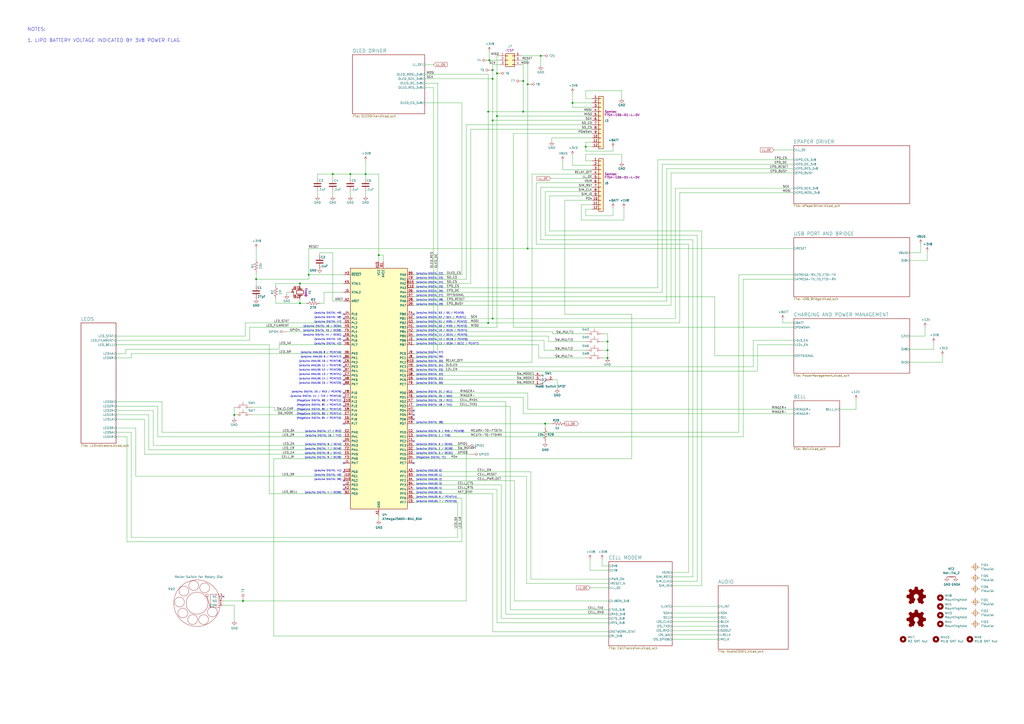
<source format=kicad_sch>
(kicad_sch (version 20211123) (generator eeschema)
  (paper "A2")
  (title_block (title "4G ROTARY CELLPHONE MAINBOARD") (company "J. Haupt") (comment 1 "Sky's Edge"))
  (junction (at 313.69 32.385))
  (junction (at 285.75 45.72))
  (junction (at 219.71 147.955))
  (junction (at 173.99 175.895))
  (junction (at 285.75 40.64))
  (junction (at 303.53 46.99))
  (junction (at 288.29 67.31))
  (junction (at 352.425 207.645))
  (junction (at 306.07 48.895))
  (junction (at 173.99 164.465))
  (junction (at 332.105 59.69))
  (junction (at 285.75 184.785))
  (junction (at 212.09 100.965))
  (junction (at 283.845 34.925))
  (junction (at 352.425 203.2))
  (junction (at 303.53 64.77))
  (junction (at 288.29 42.545))
  (junction (at 316.23 245.745))
  (junction (at 140.97 348.615))
  (junction (at 148.59 161.925))
  (junction (at 339.725 85.09))
  (junction (at 283.21 64.77))
  (junction (at 193.04 100.965))
  (junction (at 306.07 144.145))
  (junction (at 285.75 69.85))
  (junction (at 352.425 198.12))
  (junction (at 135.89 240.665))
  (junction (at 283.21 187.325))
  (junction (at 179.07 159.385))
  (junction (at 203.2 100.965))
  (no_connect (at 199.39 268.605))
  (no_connect (at 199.39 184.785))
  (no_connect (at 199.39 245.745))
  (no_connect (at 240.03 240.665))
  (no_connect (at 240.03 268.605))
  (no_connect (at 199.39 235.585))
  (no_connect (at 199.39 194.945))
  (no_connect (at 199.39 255.905))
  (no_connect (at 199.39 281.305))
  (no_connect (at 199.39 278.765))
  (no_connect (at 129.54 346.075))
  (no_connect (at 240.03 238.125))
  (no_connect (at 199.39 182.245))
  (no_connect (at 240.03 243.205))
  (no_connect (at 240.03 255.905))
  (no_connect (at 199.39 283.845))
  (no_connect (at 199.39 197.485))
  (no_connect (at 199.39 273.685))
  (no_connect (at 199.39 230.505))
  (no_connect (at 199.39 227.965))
  (no_connect (at 199.39 222.885))
  (no_connect (at 199.39 220.345))
  (no_connect (at 199.39 217.805))
  (no_connect (at 199.39 215.265))
  (no_connect (at 199.39 212.725))
  (no_connect (at 199.39 207.645))
  (no_connect (at 199.39 210.185))
  (no_connect (at 240.03 182.245))
  (no_connect (at 199.39 233.045))
  (wire (pts (xy 384.175 169.545) (xy 384.175 95.25)))
  (wire (pts (xy 407.035 339.725) (xy 389.89 339.725)))
  (wire (pts (xy 332.105 59.69) (xy 343.535 59.69)))
  (wire (pts (xy 240.03 220.345) (xy 310.515 220.345)))
  (wire (pts (xy 148.59 150.495) (xy 148.59 144.145)))
  (wire (pts (xy 240.03 273.685) (xy 307.975 273.685)))
  (wire (pts (xy 240.03 233.045) (xy 293.37 233.045)))
  (wire (pts (xy 88.9 238.125) (xy 88.9 258.445)))
  (wire (pts (xy 240.03 187.325) (xy 283.21 187.325)))
  (wire (pts (xy 240.03 263.525) (xy 273.05 263.525)))
  (wire (pts (xy 536.575 194.945) (xy 536.575 189.865)))
  (wire (pts (xy 448.945 86.995) (xy 460.375 86.995)))
  (wire (pts (xy 416.56 355.6) (xy 389.89 355.6)))
  (wire (pts (xy 73.025 202.565) (xy 161.925 202.565)))
  (wire (pts (xy 414.655 206.375) (xy 460.375 206.375)))
  (wire (pts (xy 67.31 200.025) (xy 156.21 200.025)))
  (wire (pts (xy 327.66 116.205) (xy 327.66 182.245)))
  (wire (pts (xy 353.06 330.835) (xy 342.265 330.835)))
  (wire (pts (xy 355.6 87.63) (xy 355.6 85.725)))
  (wire (pts (xy 288.29 32.385) (xy 289.56 32.385)))
  (wire (pts (xy 212.09 113.665) (xy 212.09 111.125)))
  (wire (pts (xy 173.99 165.735) (xy 173.99 164.465)))
  (wire (pts (xy 352.425 198.12) (xy 352.425 203.2)))
  (wire (pts (xy 240.03 258.445) (xy 270.51 258.445)))
  (wire (pts (xy 349.885 203.2) (xy 352.425 203.2)))
  (wire (pts (xy 343.535 64.77) (xy 303.53 64.77)))
  (wire (pts (xy 343.535 118.745) (xy 337.185 118.745)))
  (wire (pts (xy 323.215 220.345) (xy 320.675 220.345)))
  (wire (pts (xy 212.09 93.345) (xy 212.09 100.965)))
  (wire (pts (xy 173.99 175.895) (xy 177.8 175.895)))
  (wire (pts (xy 332.105 95.885) (xy 332.105 90.17)))
  (wire (pts (xy 240.03 278.765) (xy 298.45 278.765)))
  (wire (pts (xy 527.685 194.945) (xy 536.575 194.945)))
  (wire (pts (xy 339.725 89.535) (xy 339.725 93.345)))
  (wire (pts (xy 160.02 175.895) (xy 173.99 175.895)))
  (wire (pts (xy 156.21 286.385) (xy 156.21 200.025)))
  (wire (pts (xy 73.025 205.105) (xy 67.31 205.105)))
  (wire (pts (xy 76.2 205.105) (xy 76.2 207.645)))
  (wire (pts (xy 93.98 233.045) (xy 93.98 250.825)))
  (wire (pts (xy 240.03 192.405) (xy 320.675 192.405)))
  (wire (pts (xy 283.21 64.77) (xy 283.21 187.325)))
  (wire (pts (xy 283.21 187.325) (xy 394.335 187.325)))
  (wire (pts (xy 339.725 85.09) (xy 343.535 85.09)))
  (wire (pts (xy 352.425 193.675) (xy 352.425 198.12)))
  (wire (pts (xy 135.89 236.22) (xy 135.89 240.665)))
  (wire (pts (xy 144.78 197.485) (xy 144.78 189.865)))
  (wire (pts (xy 332.105 53.975) (xy 332.105 59.69)))
  (wire (pts (xy 313.69 32.385) (xy 302.26 32.385)))
  (wire (pts (xy 313.69 108.585) (xy 313.69 139.065)))
  (wire (pts (xy 199.39 263.525) (xy 83.82 263.525)))
  (wire (pts (xy 313.69 38.1) (xy 313.69 32.385)))
  (wire (pts (xy 135.89 351.155) (xy 129.54 351.155)))
  (wire (pts (xy 144.78 189.865) (xy 199.39 189.865)))
  (wire (pts (xy 158.75 266.065) (xy 158.75 368.935)))
  (wire (pts (xy 297.815 189.865) (xy 460.375 189.865)))
  (wire (pts (xy 76.2 205.105) (xy 199.39 205.105)))
  (wire (pts (xy 389.89 358.14) (xy 416.56 358.14)))
  (wire (pts (xy 386.715 174.625) (xy 386.715 97.79)))
  (wire (pts (xy 339.725 85.09) (xy 339.725 87.63)))
  (wire (pts (xy 254 48.26) (xy 254 207.645)))
  (wire (pts (xy 146.05 240.665) (xy 199.39 240.665)))
  (wire (pts (xy 315.595 203.2) (xy 339.725 203.2)))
  (wire (pts (xy 339.725 57.15) (xy 339.725 52.705)))
  (wire (pts (xy 428.625 250.825) (xy 428.625 159.385)))
  (wire (pts (xy 353.06 353.695) (xy 295.91 353.695)))
  (wire (pts (xy 343.535 74.93) (xy 273.05 74.93)))
  (wire (pts (xy 240.03 164.465) (xy 273.05 164.465)))
  (wire (pts (xy 312.42 207.645) (xy 339.725 207.645)))
  (wire (pts (xy 219.71 100.965) (xy 219.71 147.955)))
  (wire (pts (xy 199.39 266.065) (xy 158.75 266.065)))
  (wire (pts (xy 273.05 74.93) (xy 273.05 164.465)))
  (wire (pts (xy 285.75 286.385) (xy 240.03 286.385)))
  (wire (pts (xy 86.36 240.665) (xy 86.36 260.985)))
  (wire (pts (xy 391.795 109.22) (xy 460.375 109.22)))
  (wire (pts (xy 78.74 248.285) (xy 67.31 248.285)))
  (wire (pts (xy 360.68 89.535) (xy 339.725 89.535)))
  (wire (pts (xy 303.53 230.505) (xy 303.53 240.03)))
  (wire (pts (xy 78.74 276.225) (xy 199.39 276.225)))
  (wire (pts (xy 283.845 34.925) (xy 289.56 34.925)))
  (wire (pts (xy 159.385 236.22) (xy 146.05 236.22)))
  (wire (pts (xy 240.03 227.965) (xy 306.07 227.965)))
  (wire (pts (xy 76.2 207.645) (xy 67.31 207.645)))
  (wire (pts (xy 283.21 43.18) (xy 246.38 43.18)))
  (wire (pts (xy 179.07 144.145) (xy 306.07 144.145)))
  (wire (pts (xy 187.96 169.545) (xy 199.39 169.545)))
  (wire (pts (xy 326.39 93.345) (xy 326.39 98.425)))
  (wire (pts (xy 270.51 72.39) (xy 270.51 161.925)))
  (wire (pts (xy 318.135 194.945) (xy 318.135 198.12)))
  (wire (pts (xy 384.175 95.25) (xy 460.375 95.25)))
  (wire (pts (xy 76.2 250.825) (xy 67.31 250.825)))
  (wire (pts (xy 399.415 141.605) (xy 311.15 141.605)))
  (wire (pts (xy 343.535 67.31) (xy 288.29 67.31)))
  (wire (pts (xy 270.51 260.985) (xy 270.51 348.615)))
  (wire (pts (xy 436.88 212.725) (xy 436.88 197.485)))
  (wire (pts (xy 332.105 95.885) (xy 343.535 95.885)))
  (wire (pts (xy 240.03 174.625) (xy 386.715 174.625)))
  (wire (pts (xy 527.685 210.185) (xy 546.735 210.185)))
  (wire (pts (xy 83.82 243.205) (xy 83.82 263.525)))
  (wire (pts (xy 307.975 335.915) (xy 353.06 335.915)))
  (wire (pts (xy 343.535 103.505) (xy 319.405 103.505)))
  (wire (pts (xy 404.495 136.525) (xy 404.495 337.185)))
  (wire (pts (xy 308.61 100.965) (xy 308.61 210.185)))
  (wire (pts (xy 343.535 77.47) (xy 297.815 77.47)))
  (wire (pts (xy 240.03 194.945) (xy 318.135 194.945)))
  (wire (pts (xy 311.15 141.605) (xy 311.15 106.045)))
  (wire (pts (xy 320.675 192.405) (xy 320.675 193.675)))
  (wire (pts (xy 342.265 330.835) (xy 342.265 324.485)))
  (wire (pts (xy 135.89 242.57) (xy 135.89 240.665)))
  (wire (pts (xy 251.46 50.8) (xy 246.38 50.8)))
  (wire (pts (xy 414.655 172.085) (xy 414.655 206.375)))
  (wire (pts (xy 343.535 57.15) (xy 339.725 57.15)))
  (wire (pts (xy 187.96 175.895) (xy 187.96 169.545)))
  (wire (pts (xy 240.03 184.785) (xy 285.75 184.785)))
  (wire (pts (xy 142.24 187.325) (xy 199.39 187.325)))
  (wire (pts (xy 203.2 100.965) (xy 203.2 103.505)))
  (wire (pts (xy 416.56 360.68) (xy 389.89 360.68)))
  (wire (pts (xy 83.82 243.205) (xy 67.31 243.205)))
  (wire (pts (xy 534.035 141.605) (xy 534.035 146.685)))
  (wire (pts (xy 339.725 87.63) (xy 355.6 87.63)))
  (wire (pts (xy 76.2 311.785) (xy 76.2 250.825)))
  (wire (pts (xy 270.51 72.39) (xy 343.535 72.39)))
  (wire (pts (xy 349.885 198.12) (xy 352.425 198.12)))
  (wire (pts (xy 159.385 238.125) (xy 199.39 238.125)))
  (wire (pts (xy 326.39 98.425) (xy 343.535 98.425)))
  (wire (pts (xy 254 207.645) (xy 240.03 207.645)))
  (wire (pts (xy 240.03 215.265) (xy 439.42 215.265)))
  (wire (pts (xy 240.03 169.545) (xy 384.175 169.545)))
  (wire (pts (xy 166.37 169.545) (xy 168.91 169.545)))
  (wire (pts (xy 460.375 161.925) (xy 431.165 161.925)))
  (wire (pts (xy 320.04 80.01) (xy 343.535 80.01)))
  (wire (pts (xy 285.75 45.72) (xy 285.75 69.85)))
  (wire (pts (xy 343.535 116.205) (xy 327.66 116.205)))
  (wire (pts (xy 91.44 253.365) (xy 199.39 253.365)))
  (wire (pts (xy 339.725 93.345) (xy 343.535 93.345)))
  (wire (pts (xy 306.07 237.49) (xy 306.07 227.965)))
  (wire (pts (xy 310.515 222.885) (xy 240.03 222.885)))
  (wire (pts (xy 91.44 235.585) (xy 67.31 235.585)))
  (wire (pts (xy 394.335 111.76) (xy 460.375 111.76)))
  (wire (pts (xy 293.37 233.045) (xy 293.37 356.235)))
  (wire (pts (xy 366.395 182.245) (xy 327.66 182.245)))
  (wire (pts (xy 240.03 266.065) (xy 366.395 266.065)))
  (wire (pts (xy 303.53 46.99) (xy 303.53 64.77)))
  (wire (pts (xy 142.24 187.325) (xy 142.24 194.945)))
  (wire (pts (xy 160.02 173.355) (xy 160.02 175.895)))
  (wire (pts (xy 285.75 40.64) (xy 285.75 37.465)))
  (wire (pts (xy 285.75 45.72) (xy 285.75 40.64)))
  (wire (pts (xy 93.98 233.045) (xy 67.31 233.045)))
  (wire (pts (xy 67.31 197.485) (xy 144.78 197.485)))
  (wire (pts (xy 91.44 235.585) (xy 91.44 253.365)))
  (wire (pts (xy 222.25 147.955) (xy 219.71 147.955)))
  (wire (pts (xy 199.39 192.405) (xy 166.37 192.405)))
  (wire (pts (xy 436.88 197.485) (xy 460.375 197.485)))
  (wire (pts (xy 219.71 147.955) (xy 219.71 151.765)))
  (wire (pts (xy 349.25 328.295) (xy 353.06 328.295)))
  (wire (pts (xy 439.42 200.025) (xy 460.375 200.025)))
  (wire (pts (xy 193.04 100.965) (xy 193.04 103.505)))
  (wire (pts (xy 140.97 348.615) (xy 270.51 348.615)))
  (wire (pts (xy 240.03 177.165) (xy 389.255 177.165)))
  (wire (pts (xy 303.53 64.77) (xy 283.21 64.77)))
  (wire (pts (xy 288.29 42.545) (xy 288.29 32.385)))
  (wire (pts (xy 310.515 217.805) (xy 240.03 217.805)))
  (wire (pts (xy 352.425 203.2) (xy 352.425 207.645)))
  (wire (pts (xy 360.68 57.15) (xy 360.68 52.705)))
  (wire (pts (xy 158.75 368.935) (xy 353.06 368.935)))
  (wire (pts (xy 240.03 197.485) (xy 315.595 197.485)))
  (wire (pts (xy 135.89 351.155) (xy 135.89 360.045)))
  (wire (pts (xy 173.99 164.465) (xy 160.02 164.465)))
  (wire (pts (xy 320.04 81.915) (xy 320.04 80.01)))
  (wire (pts (xy 537.845 151.13) (xy 537.845 146.05)))
  (wire (pts (xy 355.6 120.65) (xy 355.6 125.095)))
  (wire (pts (xy 389.89 363.22) (xy 416.56 363.22)))
  (wire (pts (xy 212.09 100.965) (xy 212.09 103.505)))
  (wire (pts (xy 270.51 161.925) (xy 240.03 161.925)))
  (wire (pts (xy 416.56 365.76) (xy 389.89 365.76)))
  (wire (pts (xy 316.23 136.525) (xy 316.23 111.125)))
  (wire (pts (xy 240.03 276.225) (xy 305.435 276.225)))
  (wire (pts (xy 88.9 238.125) (xy 67.31 238.125)))
  (wire (pts (xy 343.535 108.585) (xy 313.69 108.585)))
  (wire (pts (xy 391.795 184.785) (xy 391.795 109.22)))
  (wire (pts (xy 337.185 127.635) (xy 361.95 127.635)))
  (wire (pts (xy 527.685 202.565) (xy 541.655 202.565)))
  (wire (pts (xy 355.6 125.095) (xy 339.725 125.095)))
  (wire (pts (xy 240.03 159.385) (xy 267.97 159.385)))
  (wire (pts (xy 360.68 93.98) (xy 360.68 89.535)))
  (wire (pts (xy 431.165 161.925) (xy 431.165 253.365)))
  (wire (pts (xy 283.21 43.18) (xy 283.21 64.77)))
  (wire (pts (xy 179.07 159.385) (xy 179.07 144.145)))
  (wire (pts (xy 179.07 159.385) (xy 199.39 159.385)))
  (wire (pts (xy 267.97 59.69) (xy 267.97 159.385)))
  (wire (pts (xy 295.91 235.585) (xy 295.91 353.695)))
  (wire (pts (xy 129.54 348.615) (xy 140.97 348.615)))
  (wire (pts (xy 343.535 113.665) (xy 318.77 113.665)))
  (wire (pts (xy 361.95 127.635) (xy 361.95 120.65)))
  (wire (pts (xy 311.15 106.045) (xy 343.535 106.045)))
  (wire (pts (xy 222.25 147.955) (xy 222.25 151.765)))
  (wire (pts (xy 381.635 167.005) (xy 381.635 92.71)))
  (wire (pts (xy 339.725 82.55) (xy 343.535 82.55)))
  (wire (pts (xy 312.42 200.025) (xy 312.42 207.645)))
  (wire (pts (xy 428.625 159.385) (xy 460.375 159.385)))
  (wire (pts (xy 219.71 299.085) (xy 219.71 301.625)))
  (wire (pts (xy 142.24 194.945) (xy 67.31 194.945)))
  (wire (pts (xy 240.03 250.825) (xy 428.625 250.825)))
  (wire (pts (xy 323.215 220.345) (xy 323.215 225.425)))
  (wire (pts (xy 285.75 69.85) (xy 285.75 184.785)))
  (wire (pts (xy 316.23 248.285) (xy 316.23 245.745)))
  (wire (pts (xy 86.36 260.985) (xy 199.39 260.985)))
  (wire (pts (xy 285.75 45.72) (xy 246.38 45.72)))
  (wire (pts (xy 267.97 288.925) (xy 240.03 288.925)))
  (wire (pts (xy 254 48.26) (xy 246.38 48.26)))
  (wire (pts (xy 285.75 366.395) (xy 353.06 366.395)))
  (wire (pts (xy 199.39 174.625) (xy 193.04 174.625)))
  (wire (pts (xy 185.42 175.895) (xy 187.96 175.895)))
  (wire (pts (xy 193.04 146.685) (xy 185.42 146.685)))
  (wire (pts (xy 199.39 258.445) (xy 88.9 258.445)))
  (wire (pts (xy 389.89 370.84) (xy 416.56 370.84)))
  (wire (pts (xy 302.26 37.465) (xy 303.53 37.465)))
  (wire (pts (xy 148.59 161.925) (xy 148.59 165.735)))
  (wire (pts (xy 454.025 185.42) (xy 454.025 187.325)))
  (wire (pts (xy 297.815 77.47) (xy 297.815 189.865)))
  (wire (pts (xy 343.535 62.23) (xy 332.105 62.23)))
  (wire (pts (xy 353.06 358.775) (xy 290.83 358.775)))
  (wire (pts (xy 193.04 174.625) (xy 193.04 146.685)))
  (wire (pts (xy 407.035 133.985) (xy 407.035 339.725)))
  (wire (pts (xy 86.36 240.665) (xy 67.31 240.665)))
  (wire (pts (xy 267.97 59.69) (xy 246.38 59.69)))
  (wire (pts (xy 285.75 69.85) (xy 343.535 69.85)))
  (wire (pts (xy 288.29 283.845) (xy 288.29 361.315)))
  (wire (pts (xy 339.725 125.095) (xy 339.725 121.285)))
  (wire (pts (xy 73.66 314.325) (xy 267.97 314.325)))
  (wire (pts (xy 416.56 368.3) (xy 389.89 368.3)))
  (wire (pts (xy 306.07 144.145) (xy 306.07 48.895)))
  (wire (pts (xy 246.38 37.465) (xy 251.46 37.465)))
  (wire (pts (xy 339.725 193.675) (xy 320.675 193.675)))
  (wire (pts (xy 240.03 212.725) (xy 436.88 212.725)))
  (wire (pts (xy 203.2 100.965) (xy 212.09 100.965)))
  (wire (pts (xy 349.885 193.675) (xy 352.425 193.675)))
  (wire (pts (xy 353.06 338.455) (xy 305.435 338.455)))
  (wire (pts (xy 184.15 103.505) (xy 184.15 100.965)))
  (wire (pts (xy 303.53 240.03) (xy 460.375 240.03)))
  (wire (pts (xy 366.395 266.065) (xy 366.395 182.245)))
  (wire (pts (xy 320.04 245.745) (xy 316.23 245.745)))
  (wire (pts (xy 316.23 111.125) (xy 343.535 111.125)))
  (wire (pts (xy 199.39 164.465) (xy 173.99 164.465)))
  (wire (pts (xy 283.845 29.845) (xy 283.845 34.925)))
  (wire (pts (xy 342.265 340.995) (xy 353.06 340.995)))
  (wire (pts (xy 148.59 161.925) (xy 179.07 161.925)))
  (wire (pts (xy 290.83 281.305) (xy 290.83 358.775)))
  (wire (pts (xy 298.45 348.615) (xy 298.45 278.765)))
  (wire (pts (xy 439.42 215.265) (xy 439.42 200.025)))
  (wire (pts (xy 401.955 334.645) (xy 389.89 334.645)))
  (wire (pts (xy 240.03 283.845) (xy 288.29 283.845)))
  (wire (pts (xy 267.97 314.325) (xy 267.97 288.925)))
  (wire (pts (xy 389.89 332.105) (xy 399.415 332.105)))
  (wire (pts (xy 184.15 111.125) (xy 184.15 113.665)))
  (wire (pts (xy 386.715 97.79) (xy 460.375 97.79)))
  (wire (pts (xy 290.83 281.305) (xy 240.03 281.305)))
  (wire (pts (xy 212.09 100.965) (xy 219.71 100.965)))
  (wire (pts (xy 339.725 52.705) (xy 360.68 52.705)))
  (wire (pts (xy 527.685 151.13) (xy 537.845 151.13)))
  (wire (pts (xy 159.385 236.22) (xy 159.385 238.125)))
  (wire (pts (xy 313.69 139.065) (xy 401.955 139.065)))
  (wire (pts (xy 199.39 286.385) (xy 156.21 286.385)))
  (wire (pts (xy 332.105 59.69) (xy 332.105 62.23)))
  (wire (pts (xy 306.07 237.49) (xy 460.375 237.49)))
  (wire (pts (xy 401.955 139.065) (xy 401.955 334.645)))
  (wire (pts (xy 306.07 48.895) (xy 306.07 34.925)))
  (wire (pts (xy 78.74 276.225) (xy 78.74 248.285)))
  (wire (pts (xy 487.045 237.49) (xy 496.57 237.49)))
  (wire (pts (xy 337.185 118.745) (xy 337.185 127.635)))
  (wire (pts (xy 73.025 202.565) (xy 73.025 205.105)))
  (wire (pts (xy 240.03 253.365) (xy 431.165 253.365)))
  (wire (pts (xy 389.89 351.79) (xy 416.56 351.79)))
  (wire (pts (xy 240.03 245.745) (xy 316.23 245.745)))
  (wire (pts (xy 288.29 67.31) (xy 288.29 189.865)))
  (wire (pts (xy 285.75 366.395) (xy 285.75 286.385)))
  (wire (pts (xy 288.29 67.31) (xy 288.29 42.545)))
  (wire (pts (xy 308.61 100.965) (xy 343.535 100.965)))
  (wire (pts (xy 240.03 210.185) (xy 308.61 210.185)))
  (wire (pts (xy 534.035 146.685) (xy 527.685 146.685)))
  (wire (pts (xy 148.59 158.115) (xy 148.59 161.925)))
  (wire (pts (xy 160.02 164.465) (xy 160.02 165.735)))
  (wire (pts (xy 73.66 314.325) (xy 73.66 253.365)))
  (wire (pts (xy 349.885 207.645) (xy 352.425 207.645)))
  (wire (pts (xy 240.03 189.865) (xy 288.29 189.865)))
  (wire (pts (xy 546.735 206.375) (xy 546.735 210.185)))
  (wire (pts (xy 285.75 37.465) (xy 289.56 37.465)))
  (wire (pts (xy 193.04 100.965) (xy 203.2 100.965)))
  (wire (pts (xy 93.98 250.825) (xy 199.39 250.825)))
  (wire (pts (xy 339.725 85.09) (xy 339.725 82.55)))
  (wire (pts (xy 389.255 177.165) (xy 389.255 100.33)))
  (wire (pts (xy 404.495 136.525) (xy 316.23 136.525)))
  (wire (pts (xy 240.03 172.085) (xy 414.655 172.085)))
  (wire (pts (xy 240.03 230.505) (xy 303.53 230.505)))
  (wire (pts (xy 161.925 200.025) (xy 161.925 202.565)))
  (wire (pts (xy 496.57 237.49) (xy 496.57 231.775)))
  (wire (pts (xy 399.415 332.105) (xy 399.415 141.605)))
  (wire (pts (xy 305.435 276.225) (xy 305.435 338.455)))
  (wire (pts (xy 161.925 200.025) (xy 199.39 200.025)))
  (wire (pts (xy 265.43 291.465) (xy 265.43 311.785)))
  (wire (pts (xy 288.29 361.315) (xy 353.06 361.315)))
  (wire (pts (xy 353.06 348.615) (xy 298.45 348.615)))
  (wire (pts (xy 240.03 260.985) (xy 270.51 260.985)))
  (wire (pts (xy 541.655 202.565) (xy 541.655 198.755)))
  (wire (pts (xy 73.66 253.365) (xy 67.31 253.365)))
  (wire (pts (xy 203.2 113.665) (xy 203.2 111.125)))
  (wire (pts (xy 240.03 167.005) (xy 381.635 167.005)))
  (wire (pts (xy 193.04 111.125) (xy 193.04 113.665)))
  (wire (pts (xy 240.03 235.585) (xy 295.91 235.585)))
  (wire (pts (xy 240.03 291.465) (xy 265.43 291.465)))
  (wire (pts (xy 306.07 34.925) (xy 302.26 34.925)))
  (wire (pts (xy 251.46 50.8) (xy 251.46 205.105)))
  (wire (pts (xy 316.23 255.905) (xy 316.23 256.54)))
  (wire (pts (xy 318.77 133.985) (xy 407.035 133.985)))
  (wire (pts (xy 339.725 198.12) (xy 318.135 198.12)))
  (wire (pts (xy 306.07 144.145) (xy 460.375 144.145)))
  (wire (pts (xy 240.03 200.025) (xy 312.42 200.025)))
  (wire (pts (xy 173.99 173.355) (xy 173.99 175.895)))
  (wire (pts (xy 315.595 197.485) (xy 315.595 203.2)))
  (wire (pts (xy 185.42 146.685) (xy 185.42 147.955)))
  (wire (pts (xy 166.37 170.815) (xy 166.37 169.545)))
  (wire (pts (xy 389.255 100.33) (xy 460.375 100.33)))
  (wire (pts (xy 353.06 356.235) (xy 293.37 356.235)))
  (wire (pts (xy 251.46 205.105) (xy 240.03 205.105)))
  (wire (pts (xy 454.025 187.325) (xy 460.375 187.325)))
  (wire (pts (xy 349.25 324.485) (xy 349.25 328.295)))
  (wire (pts (xy 285.75 184.785) (xy 391.795 184.785)))
  (wire (pts (xy 303.53 37.465) (xy 303.53 46.99)))
  (wire (pts (xy 184.15 100.965) (xy 193.04 100.965)))
  (wire (pts (xy 307.975 273.685) (xy 307.975 335.915)))
  (wire (pts (xy 381.635 92.71) (xy 460.375 92.71)))
  (wire (pts (xy 318.77 113.665) (xy 318.77 133.985)))
  (wire (pts (xy 389.89 337.185) (xy 404.495 337.185)))
  (wire (pts (xy 339.725 121.285) (xy 343.535 121.285)))
  (wire (pts (xy 179.07 161.925) (xy 179.07 159.385)))
  (wire (pts (xy 76.2 311.785) (xy 265.43 311.785)))
  (wire (pts (xy 394.335 187.325) (xy 394.335 111.76)))
  (text "(arduino DIGITAL 8 / OC4C)" (at 198.12 263.525 180) (effects (font (size 0.9906 0.9906)) (justify right bottom)))
  (text "(arduino DIGITAL 9 / OC2B)" (at 198.12 266.065 180) (effects (font (size 0.9906 0.9906)) (justify right bottom)))
  (text "(arduino DIGITAL 37)" (at 241.3 205.105 0) (effects (font (size 0.9906 0.9906)) (justify left bottom)))
  (text "(arduino DIGITAL 31)" (at 241.3 220.345 0) (effects (font (size 0.9906 0.9906)) (justify left bottom)))
  (text "(arduino DIGITAL 2 / OC3B)" (at 241.3 260.985 0) (effects (font (size 0.9906 0.9906)) (justify left bottom)))
  (text "(arduino DIGITAL 39)" (at 198.12 278.765 180) (effects (font (size 0.9906 0.9906)) (justify right bottom)))
  (text "(arduino DIGITAL 46 / OC5A)" (at 198.12 189.865 180) (effects (font (size 0.9906 0.9906)) (justify right bottom)))
  (text "(arduino DIGITAL 17 / RX2)" (at 198.12 250.825 180) (effects (font (size 0.9906 0.9906)) (justify right bottom)))
  (text "(arduino DIGITAL 34)" (at 241.3 212.725 0) (effects (font (size 0.9906 0.9906)) (justify left bottom)))
  (text "(arduino DIGITAL 53 / SS / PCINT0)" (at 241.3 182.245 0) (effects (font (size 0.9906 0.9906)) (justify left bottom)))
  (text "(arduino DIGITAL 52 / SCK / PCINT1)" (at 241.3 184.785 0) (effects (font (size 0.9906 0.9906)) (justify left bottom)))
  (text "(arduino DIGITAL 23)" (at 241.3 161.925 0) (effects (font (size 0.9906 0.9906)) (justify left bottom)))
  (text "(arduino DIGITAL 38)" (at 241.3 245.745 0) (effects (font (size 0.9906 0.9906)) (justify left bottom)))
  (text "(arduino ANALOG 10 / PCINT18)" (at 198.12 210.185 180) (effects (font (size 0.9906 0.9906)) (justify right bottom)))
  (text "(arduino ANALOG 15 / PCINT23)" (at 198.12 222.885 180) (effects (font (size 0.9906 0.9906)) (justify right bottom)))
  (text "(arduino DIGITAL 1 / TX0)" (at 241.3 253.365 0) (effects (font (size 0.9906 0.9906)) (justify left bottom)))
  (text "(arduino ANALOG 1)" (at 241.3 276.225 0) (effects (font (size 0.9906 0.9906)) (justify left bottom)))
  (text "(arduino DIGITAL 26)" (at 241.3 169.545 0) (effects (font (size 0.9906 0.9906)) (justify left bottom)))
  (text "(arduino DIGITAL 15 / RX3 / PCINT9)" (at 198.12 227.965 180) (effects (font (size 0.9906 0.9906)) (justify right bottom)))
  (text "(arduino DIGITAL 27)" (at 241.3 172.085 0) (effects (font (size 0.9906 0.9906)) (justify left bottom)))
  (text "(arduino DIGITAL 0 / RX0 / PCINT8)" (at 241.3 250.825 0) (effects (font (size 0.9906 0.9906)) (justify left bottom)))
  (text "(MegaCore DIGITAL 83 / PCINT14)" (at 198.12 240.665 180) (effects (font (size 0.9906 0.9906)) (justify right bottom)))
  (text "(arduino ANALOG 6 / PCINT14)" (at 241.3 288.925 0) (effects (font (size 0.9906 0.9906)) (justify left bottom)))
  (text "(arduino ANALOG 5)" (at 241.3 286.385 0) (effects (font (size 0.9906 0.9906)) (justify left bottom)))
  (text "(arduino ANALOG 12 / PCINT20)" (at 198.12 215.265 180) (effects (font (size 0.9906 0.9906)) (justify right bottom)))
  (text "(arduino DIGITAL 36)" (at 241.3 207.645 0) (effects (font (size 0.9906 0.9906)) (justify left bottom)))
  (text "(arduino ANALOG 4)" (at 241.3 283.845 0) (effects (font (size 0.9906 0.9906)) (justify left bottom)))
  (text "(arduino DIGITAL 44 / OC5C)" (at 198.12 194.945 180) (effects (font (size 0.9906 0.9906)) (justify right bottom)))
  (text "(arduino ANALOG 8 / PCINT16)" (at 198.12 205.105 180) (effects (font (size 0.9906 0.9906)) (justify right bottom)))
  (text "(arduino ANALOG 9 / PCINT17)" (at 198.12 207.645 180) (effects (font (size 0.9906 0.9906)) (justify right bottom)))
  (text "(arduino DIGITAL 29)" (at 241.3 177.165 0) (effects (font (size 0.9906 0.9906)) (justify left bottom)))
  (text "(arduino ANALOG 13 / PCINT21)" (at 198.12 217.805 180) (effects (font (size 0.9906 0.9906)) (justify right bottom)))
  (text "(arduino DIGITAL 19 / RX1)" (at 241.3 233.045 0) (effects (font (size 0.9906 0.9906)) (justify left bottom)))
  (text "(arduino ANALOG 3)" (at 241.3 281.305 0) (effects (font (size 0.9906 0.9906)) (justify left bottom)))
  (text "(arduino DIGITAL 33)" (at 241.3 215.265 0) (effects (font (size 0.9906 0.9906)) (justify left bottom)))
  (text "(MegaCore DIGITAL 71)" (at 241.3 266.065 0) (effects (font (size 0.9906 0.9906)) (justify left bottom)))
  (text "(MegaCore DIGITAL 80 / PCINT11)" (at 198.12 233.045 180) (effects (font (size 0.9906 0.9906)) (justify right bottom)))
  (text "(arduino DIGITAL 6 / OC4A)" (at 198.12 258.445 180) (effects (font (size 0.9906 0.9906)) (justify right bottom)))
  (text "(arduino DIGITAL 18 / TX1)" (at 241.3 235.585 0) (effects (font (size 0.9906 0.9906)) (justify left bottom)))
  (text "(arduino DIGITAL 35)" (at 241.3 210.185 0) (effects (font (size 0.9906 0.9906)) (justify left bottom)))
  (text "(MegaCore DIGITAL 82 / PCINT13)" (at 198.12 238.125 180) (effects (font (size 0.9906 0.9906)) (justify right bottom)))
  (text "(arduino DIGITAL 25)" (at 241.3 167.005 0) (effects (font (size 0.9906 0.9906)) (justify left bottom)))
  (text "(arduino DIGITAL 4 / OC0B)" (at 198.12 286.385 180) (effects (font (size 0.9906 0.9906)) (justify right bottom)))
  (text "(MegaCore DIGITAL 81 / PCINT12)" (at 198.12 235.585 180) (effects (font (size 0.9906 0.9906)) (justify right bottom)))
  (text "(arduino DIGITAL 24)" (at 241.3 164.465 0) (effects (font (size 0.9906 0.9906)) (justify left bottom)))
  (text "(arduino DIGITAL 3 / OC3C)" (at 241.3 263.525 0) (effects (font (size 0.9906 0.9906)) (justify left bottom)))
  (text "(arduino DIGITAL 41)" (at 198.12 273.685 180) (effects (font (size 0.9906 0.9906)) (justify right bottom)))
  (text "(arduino DIGITAL 14 / TX3 / PCINT10)" (at 198.12 230.505 180) (effects (font (size 0.9906 0.9906)) (justify right bottom)))
  (text "(arduino ANALOG 0)" (at 241.3 273.685 0) (effects (font (size 0.9906 0.9906)) (justify left bottom)))
  (text "(arduino ANALOG 11 / PCINT19)" (at 198.12 212.725 180) (effects (font (size 0.9906 0.9906)) (justify right bottom)))
  (text "(arduino DIGITAL 12 / OC1B / PCINT6)" (at 241.3 197.485 0) (effects (font (size 0.9906 0.9906)) (justify left bottom)))
  (text "(arduino DIGITAL 45 / OC5B)" (at 198.12 192.405 180) (effects (font (size 0.9906 0.9906)) (justify right bottom)))
  (text "(arduino DIGITAL 22)" (at 241.3 159.385 0) (effects (font (size 0.9906 0.9906)) (justify left bottom)))
  (text "(arduino ANALOG 7 / PCINT15)" (at 241.3 291.465 0) (effects (font (size 0.9906 0.9906)) (justify left bottom)))
  (text "(arduino DIGITAL 11 / OC1A / PCINT5)" (at 241.3 194.945 0) (effects (font (size 0.9906 0.9906)) (justify left bottom)))
  (text "NOTES:\n\n1. LIPO BATTERY VOLTAGE INDICATED BY 3V8 POWER FLAG" (at 15.875 24.765 0) (effects (font (size 2.0066 2.0066)) (justify left bottom)))
  (text "(arduino DIGITAL 32)" (at 241.3 217.805 0) (effects (font (size 0.9906 0.9906)) (justify left bottom)))
  (text "(arduino DIGITAL 10 / OC2A / PCINT4)" (at 241.3 192.405 0) (effects (font (size 0.9906 0.9906)) (justify left bottom)))
  (text "(arduino DIGITAL 49)" (at 198.12 182.245 180) (effects (font (size 0.9906 0.9906)) (justify right bottom)))
  (text "(arduino ANALOG 14 / PCINT22)" (at 198.12 220.345 180) (effects (font (size 0.9906 0.9906)) (justify right bottom)))
  (text "(arduino DIGITAL 7 / OC4B)" (at 198.12 260.985 180) (effects (font (size 0.9906 0.9906)) (justify right bottom)))
  (text "(arduino DIGITAL 48)" (at 198.12 184.785 180) (effects (font (size 0.9906 0.9906)) (justify right bottom)))
  (text "(arduino DIGITAL 47)" (at 198.12 187.325 180) (effects (font (size 0.9906 0.9906)) (justify right bottom)))
  (text "(arduino DIGITAL 28)" (at 241.3 174.625 0) (effects (font (size 0.9906 0.9906)) (justify left bottom)))
  (text "(arduino DIGITAL 16 / TX2)" (at 198.12 253.365 180) (effects (font (size 0.9906 0.9906)) (justify right bottom)))
  (text "(arduino DIGITAL 30)" (at 241.3 222.885 0) (effects (font (size 0.9906 0.9906)) (justify left bottom)))
  (text "(arduino DIGITAL 20 / SDA)" (at 241.3 230.505 0) (effects (font (size 0.9906 0.9906)) (justify left bottom)))
  (text "(arduino DIGITAL 40)" (at 198.12 276.225 180) (effects (font (size 0.9906 0.9906)) (justify right bottom)))
  (text "(arduino DIGITAL 21 / SCL)" (at 241.3 227.965 0) (effects (font (size 0.9906 0.9906)) (justify left bottom)))
  (text "(arduino ANALOG 2)" (at 241.3 278.765 0) (effects (font (size 0.9906 0.9906)) (justify left bottom)))
  (text "(arduino DIGITAL 13 / OC0A / OC1C / PCINT7)" (at 241.3 200.025 0) (effects (font (size 0.9906 0.9906)) (justify left bottom)))
  (text "(MegaCore DIGITAL 84 / PCINT15)" (at 198.12 243.205 180) (effects (font (size 0.9906 0.9906)) (justify right bottom)))
  (text "(arduino DIGITAL 50 / MISO / PCINT3)" (at 241.3 189.865 0) (effects (font (size 0.9906 0.9906)) (justify left bottom)))
  (text "(arduino DIGITAL 51 / MOSI / PCINT2)" (at 241.3 187.325 0) (effects (font (size 0.9906 0.9906)) (justify left bottom)))
  (text "(arduino DIGITAL 42)" (at 198.12 200.025 180) (effects (font (size 0.9906 0.9906)) (justify right bottom)))
  (text "(arduino DIGITAL 5 / OC3A)" (at 241.3 258.445 0) (effects (font (size 0.9906 0.9906)) (justify left bottom)))
  (text "(arduino DIGITAL 43)" (at 198.12 197.485 180) (effects (font (size 0.9906 0.9906)) (justify right bottom)))
  (label "LED_1A" (at 170.815 263.525 180))
  (label "LED_3A" (at 170.815 250.825 180))
  (label "EPD_CS" (at 259.08 167.005 0))
  (label "EPD_RESET" (at 457.2 97.79 180))
  (label "MOSI" (at 302.26 37.465 0))
  (label "CELL_CTS" (at 265.43 281.305 0))
  (label "OLED_CS" (at 259.08 159.385 0))
  (label "LED_1R" (at 170.815 260.985 180))
  (label "MOSI" (at 343.535 64.77 180))
  (label "MISO" (at 343.535 67.31 180))
  (label "CELL_ON" (at 276.86 273.685 0))
  (label "LED_5R" (at 168.91 205.105 180))
  (label "RELAY_OFF" (at 258.445 210.185 0))
  (label "LED_2A" (at 170.815 258.445 180))
  (label "GPIO1" (at 265.43 258.445 0))
  (label "CELL_PWR_DET" (at 276.86 278.765 0))
  (label "SD_CD" (at 343.535 72.39 180))
  (label "LED_2R" (at 170.815 253.365 180))
  (label "SW_HOOK" (at 170.18 240.665 180))
  (label "MOSI" (at 252.095 43.18 180))
  (label "SIM_IO" (at 343.535 113.665 180))
  (label "CELL_RXD" (at 340.995 356.235 0))
  (label "SW_MODE2" (at 299.72 220.345 0))
  (label "SW_MULTI2" (at 321.945 203.2 0))
  (label "SW_ROTARY" (at 265.43 260.985 0))
  (label "GPIO4" (at 173.99 192.405 180))
  (label "3v3_EN" (at 258.445 212.725 0))
  (label "LED_3R" (at 170.815 276.225 180))
  (label "RINGER-" (at 275.59 230.505 180))
  (label "AREF" (at 194.31 174.625 0))
  (label "POWSW4" (at 343.535 77.47 180))
  (label "CELL_RESET" (at 276.86 276.225 0))
  (label "OLED_DC" (at 254 155.575 90))
  (label "EPD_BUSY" (at 259.08 177.165 0))
  (label "RINGER+" (at 275.59 227.965 180))
  (label "OFFSIGNAL" (at 259.08 172.085 0))
  (label "NET_STAT" (at 265.43 286.385 0))
  (label "SCK" (at 343.535 69.85 180))
  (label "SIM_RST" (at 343.535 108.585 180))
  (label "SCK" (at 287.655 37.465 180))
  (label "MOSI" (at 273.05 187.325 0))
  (label "MISO" (at 273.05 189.865 0))
  (label "LED_FILAMENT" (at 167.64 189.865 180))
  (label "CELL_TXD" (at 340.995 353.695 0))
  (label "PDn" (at 343.535 116.205 180))
  (label "MISO" (at 289.56 32.385 180))
  (label "EPD_DC" (at 259.08 169.545 0))
  (label "PDn" (at 261.62 266.065 0))
  (label "MOSI" (at 454.025 111.76 0))
  (label "CELL_TXD1" (at 266.7 235.585 0))
  (label "VSIM" (at 343.535 106.045 180))
  (label "SW_MODE1" (at 299.72 217.805 0))
  (label "SW_MODE3" (at 299.72 222.885 0))
  (label "EPD_CS" (at 456.565 92.71 180))
  (label "LED_5A" (at 265.43 299.72 270))
  (label "MCURX-TO-FTDITX" (at 273.05 250.825 0))
  (label "RINGER+" (at 447.675 237.49 0))
  (label "RESET" (at 179.07 144.145 0))
  (label "GPIO3" (at 265.43 263.525 0))
  (label "LED_4A" (at 168.91 200.025 180))
  (label "12v_EN" (at 258.445 215.265 0))
  (label "SD_CS" (at 343.535 74.93 180))
  (label "SW_MULTI3" (at 321.945 198.12 0))
  (label "LED_4R" (at 267.97 306.705 90))
  (label "EPD_DC" (at 456.565 95.25 180))
  (label "RINGER-" (at 447.675 240.03 0))
  (label "SW_MULTI1" (at 322.58 193.675 0))
  (label "LED_BELL" (at 172.72 286.385 180))
  (label "SW_MULTI4" (at 321.945 207.645 0))
  (label "RELAY_OFF" (at 343.535 100.965 180))
  (label "LED_STAT" (at 167.64 187.325 180))
  (label "EPD_BUSY" (at 456.565 100.33 180))
  (label "CELL_RI" (at 170.815 266.065 180))
  (label "SW_CLEAR" (at 170.18 238.125 180))
  (label "LL_OE" (at 343.535 103.505 180))
  (label "SIM_CLK" (at 343.535 111.125 180))
  (label "SCK" (at 251.46 45.72 180))
  (label "OLED_RES" (at 251.46 155.575 90))
  (label "SCK" (at 273.05 184.785 0))
  (label "EPD_RESET" (at 259.08 174.625 0))
  (label "RESET" (at 302.895 34.925 0))
  (label "CELL_RXD1" (at 266.7 233.045 0))
  (label "CELL_RTS" (at 265.43 283.845 0))
  (label "SCK" (at 454.025 109.22 0))
  (label "SD_CS" (at 259.08 164.465 0))
  (label "MCUTX-TO-FTDIRX" (at 273.05 253.365 0))
  (label "SD_CD" (at 259.08 161.925 0))
  (global_label "LL_OE" (shape input) (at 319.405 103.505 180) (property "Intersheet References" "${INTERSHEET_REFS}" (effects hide)))
  (global_label "LL_OE" (shape input) (at 448.945 86.995 180) (property "Intersheet References" "${INTERSHEET_REFS}" (effects hide)))
  (global_label "LL_OE" (shape input) (at 251.46 37.465 0) (property "Intersheet References" "${INTERSHEET_REFS}" (effects hide)))
  (global_label "LL_OE" (shape output) (at 327.66 245.745 0) (property "Intersheet References" "${INTERSHEET_REFS}" (effects hide)))
  (global_label "LL_OE" (shape input) (at 342.265 340.995 180) (property "Intersheet References" "${INTERSHEET_REFS}" (effects hide)))
  (symbol (lib_id "Device:R_US") (at 148.59 154.305 180) (unit 1)
    (property "Reference" "R1" (at 146.558 154.305 90))
    (property "Value" "10k" (at 151.13 154.305 90))
    (property "Footprint" "Resistor_SMD:R_0603_1608Metric" (effects hide))
  )
  (symbol (lib_id "Device:Resonator") (at 173.99 169.545 270) (unit 1)
    (property "Reference" "Y1" (at 179.705 169.545 0))
    (property "Value" "8MHz Resonator" (effects hide))
    (property "Footprint" "MyFootprints:AWSCR-16.00CV-T" (effects hide))
    (property "Mfg. Name" "Abracon" (effects hide))
    (property "Mfg. Part No." "AWSCR-8.00CV-T" (effects hide))
    (property "Distrib. Name" "Digi-Key" (effects hide))
    (property "Distrib Part No." "535-10004-1-ND" (effects hide))
    (property "Label" "8MHz" (at 177.546 169.545 0))
  )
  (symbol (lib_id "power:GND") (at 166.37 170.815 0) (unit 1)
    (property "Reference" "#PWR03" (effects hide))
    (property "Value" "GND" (at 166.37 174.625 0))
  )
  (symbol (lib_id "Device:C") (at 148.59 169.545 0) (unit 1)
    (property "Reference" "C1" (at 149.225 167.005 0) (effects (justify left)))
    (property "Value" "27pF" (at 149.225 172.085 0) (effects (justify left)))
    (property "Footprint" "Capacitor_SMD:C_0603_1608Metric" (effects hide))
  )
  (symbol (lib_id "power:GND") (at 148.59 173.355 0) (unit 1)
    (property "Reference" "#PWR02" (effects hide))
    (property "Value" "GND" (at 148.59 177.165 0))
  )
  (symbol (lib_id "Device:C") (at 185.42 151.765 0) (unit 1)
    (property "Reference" "C2" (at 186.055 149.225 0) (effects (justify left)))
    (property "Value" ".1uF" (at 186.055 154.305 0) (effects (justify left)))
    (property "Footprint" "Capacitor_SMD:C_0603_1608Metric" (effects hide))
    (property "Distrib. Name" "Digi-Key" (effects hide))
    (property "Distrib Part No." "1276-1000-1-ND " (effects hide))
    (property "Label" "50V" (effects hide))
  )
  (symbol (lib_id "Device:R_US") (at 160.02 169.545 180) (unit 1)
    (property "Reference" "R2" (at 157.988 169.545 90))
    (property "Value" "1M" (at 162.56 169.545 90))
    (property "Footprint" "Resistor_SMD:R_0603_1608Metric" (effects hide))
    (property "Distrib. Name" "Digi-Key" (effects hide))
    (property "Distrib Part No." "311-1.00MHRCT-ND " (effects hide))
  )
  (symbol (lib_id "Device:R_US") (at 181.61 175.895 90) (unit 1)
    (property "Reference" "R3" (at 181.61 173.863 90))
    (property "Value" "27R" (at 181.61 178.435 90))
    (property "Footprint" "Resistor_SMD:R_0603_1608Metric" (effects hide))
    (property "Distrib. Name" "Digi-Key" (effects hide))
    (property "Distrib Part No." "RMCF0603JT27R0CT-ND " (effects hide))
  )
  (symbol (lib_id "power:GND") (at 203.2 113.665 0) (unit 1)
    (property "Reference" "#PWR06" (effects hide))
    (property "Value" "GND" (at 203.2 117.475 0))
  )
  (symbol (lib_id "Device:C") (at 184.15 107.315 0) (unit 1)
    (property "Reference" "C3" (at 184.785 104.775 0) (effects (justify left)))
    (property "Value" ".1uF" (at 184.785 109.855 0) (effects (justify left)))
    (property "Footprint" "Capacitor_SMD:C_0603_1608Metric" (effects hide))
    (property "Distrib. Name" "Digi-Key" (effects hide))
    (property "Distrib Part No." "1276-1000-1-ND " (effects hide))
    (property "Label" "50V" (effects hide))
  )
  (symbol (lib_id "power:GND") (at 219.71 301.625 0) (unit 1)
    (property "Reference" "#PWR05" (effects hide))
    (property "Value" "GND" (at 219.837 306.0192 0))
  )
  (symbol (lib_id "power:GND") (at 185.42 155.575 0) (unit 1)
    (property "Reference" "#PWR04" (effects hide))
    (property "Value" "GND" (at 181.61 156.845 0))
  )
  (symbol (lib_id "MyLibrary:Rotary_Dial") (at 114.3 349.885 90) (unit 1)
    (property "Reference" "SW2" (at 101.6 341.63 90) (effects (justify left)))
    (property "Value" "Roller Switch for Rotary Dial" (at 129.54 334.645 90) (effects (justify left)))
    (property "Footprint" "MyFootprints:LimitSwitch_D2F-01FL2-A1" (effects hide))
    (property "Datasheet" "https://media.digikey.com/pdf/Data%20Sheets/Omron%20PDFs/D2F_0318_DS.pdf" (effects hide))
    (property "Mfg. Name" "Omron" (effects hide))
    (property "Mfg. Part No." "D2F-01FL2-A1" (effects hide))
  )
  (symbol (lib_id "power:GND") (at 135.89 360.045 0) (unit 1)
    (property "Reference" "#PWR0101" (effects hide))
    (property "Value" "GND" (at 136.017 364.4392 0))
  )
  (symbol (lib_id "MyLibrary:SP3T") (at 315.595 220.345 180) (unit 1)
    (property "Reference" "SW1" (at 318.135 216.535 0))
    (property "Value" "Mode Switch SP3T" (at 319.405 224.155 0))
    (property "Footprint" "MyFootprints:SP3T_OS103011MA7QP1" (effects hide))
    (property "Mfg. Name" "C&K" (effects hide))
    (property "Mfg. Part No." "OS103011MA7QP1" (effects hide))
    (property "Distrib. Name" "DigiKey" (effects hide))
    (property "Distrib Part No." "CKN9561-ND" (effects hide))
    (property "Label" "Mode" (effects hide))
  )
  (symbol (lib_id "Switch:SW_Push") (at 344.805 193.675 0) (unit 1)
    (property "Reference" "SW3" (at 339.725 191.135 0))
    (property "Value" "Tactile Switch" (effects hide))
    (property "Footprint" "MyFootprints:TactileSwitch_Panasonic_EVQ-Q2Y03W" (effects hide))
    (property "Mfg. Name" "Panasonic" (effects hide))
    (property "Mfg. Part No." "EVQ-Q2Y03W " (effects hide))
    (property "Label" "SIG STRENGTH" (effects hide))
  )
  (symbol (lib_id "power:GND") (at 323.215 225.425 0) (unit 1)
    (property "Reference" "#PWR0109" (effects hide))
    (property "Value" "GND" (at 323.215 229.235 0))
  )
  (symbol (lib_id "Switch:SW_Push") (at 140.97 236.22 0) (mirror y) (unit 1)
    (property "Reference" "SW4" (at 146.05 233.68 0))
    (property "Value" "Tactile Switch" (effects hide))
    (property "Footprint" "MyFootprints:TactileSwitch_Panasonic_EVQ-Q2Y03W" (effects hide))
    (property "Label" "CLEAR" (effects hide))
    (property "Mfg. Name" "Panasonic" (effects hide))
    (property "Mfg. Part No." "EVQ-Q2Y03W " (effects hide))
  )
  (symbol (lib_id "Mechanical:MountingHole") (at 545.465 351.79 0) (unit 1) (in_bom no)
    (property "Reference" "MH1" (at 548.005 350.6216 0) (effects (justify left)))
    (property "Value" "MountingHole" (at 548.005 352.933 0) (effects (justify left)))
    (property "Footprint" "MountingHole:MountingHole_2.2mm_M2" (effects hide))
  )
  (symbol (lib_id "MyLibrary:Fiducial") (at 565.785 328.93 0) (unit 1) (in_bom no)
    (property "Reference" "FID4" (at 569.0362 327.7616 0) (effects (justify left)))
    (property "Value" "Fiducial" (at 569.0362 330.073 0) (effects (justify left)))
    (property "Footprint" "Fiducial:Fiducial_0.75mm_Dia_1.5mm_Outer" (effects hide))
  )
  (symbol (lib_id "MyLibrary:Fiducial") (at 565.785 335.28 0) (unit 1) (in_bom no)
    (property "Reference" "FID5" (at 569.0362 334.1116 0) (effects (justify left)))
    (property "Value" "Fiducial" (at 569.0362 336.423 0) (effects (justify left)))
    (property "Footprint" "Fiducial:Fiducial_0.75mm_Dia_1.5mm_Outer" (effects hide))
  )
  (symbol (lib_id "MyLibrary:Fiducial") (at 565.785 341.63 0) (unit 1) (in_bom no)
    (property "Reference" "FID6" (at 569.0362 340.4616 0) (effects (justify left)))
    (property "Value" "Fiducial" (at 569.0362 342.773 0) (effects (justify left)))
    (property "Footprint" "Fiducial:Fiducial_0.75mm_Dia_1.5mm_Outer" (effects hide))
  )
  (symbol (lib_id "Graphic:Logo_Open_Hardware_Small") (at 531.495 346.075 0) (unit 1) (in_bom no)
    (property "Reference" "LOGO1" (effects hide))
    (property "Value" "Logo1" (effects hide))
    (property "Footprint" "MyFootprints:SkysEdge_21mm" (effects hide))
  )
  (symbol (lib_id "Graphic:Logo_Open_Hardware_Small") (at 531.495 359.41 0) (unit 1) (in_bom no)
    (property "Reference" "LOGO2" (effects hide))
    (property "Value" "Logo2" (effects hide))
    (property "Footprint" "MyFootprints:SkysEdge_18mm" (effects hide))
  )
  (symbol (lib_id "MyLibrary:Fiducial") (at 565.785 355.6 0) (unit 1) (in_bom no)
    (property "Reference" "FID2" (at 569.0362 354.4316 0) (effects (justify left)))
    (property "Value" "Fiducial" (at 569.0362 356.743 0) (effects (justify left)))
    (property "Footprint" "Fiducial:Fiducial_0.75mm_Dia_1.5mm_Outer" (effects hide))
  )
  (symbol (lib_id "MyLibrary:Fiducial") (at 565.785 349.25 0) (unit 1) (in_bom no)
    (property "Reference" "FID1" (at 569.0362 348.0816 0) (effects (justify left)))
    (property "Value" "Fiducial" (at 569.0362 350.393 0) (effects (justify left)))
    (property "Footprint" "Fiducial:Fiducial_0.75mm_Dia_1.5mm_Outer" (effects hide))
  )
  (symbol (lib_id "MyLibrary:Fiducial") (at 565.785 361.95 0) (unit 1) (in_bom no)
    (property "Reference" "FID3" (at 569.0362 360.7816 0) (effects (justify left)))
    (property "Value" "Fiducial" (at 569.0362 363.093 0) (effects (justify left)))
    (property "Footprint" "Fiducial:Fiducial_0.75mm_Dia_1.5mm_Outer" (effects hide))
  )
  (symbol (lib_id "power:+3V3") (at 546.735 206.375 0) (unit 1)
    (property "Reference" "#PWR0108" (effects hide))
    (property "Value" "+3V3" (at 547.116 201.9808 0))
  )
  (symbol (lib_id "power:+3V8") (at 212.09 93.345 0) (unit 1)
    (property "Reference" "#PWR0102" (effects hide))
    (property "Value" "+3V8" (at 212.471 88.9508 0))
  )
  (symbol (lib_id "power:+3V8") (at 148.59 144.145 0) (unit 1)
    (property "Reference" "#PWR0104" (effects hide))
    (property "Value" "+3V8" (at 148.971 139.7508 0))
  )
  (symbol (lib_id "power:VBUS") (at 534.035 141.605 0) (unit 1)
    (property "Reference" "#PWR0105" (effects hide))
    (property "Value" "VBUS" (at 534.416 137.2108 0))
  )
  (symbol (lib_id "power:+3V8") (at 541.655 198.755 0) (unit 1)
    (property "Reference" "#PWR0107" (effects hide))
    (property "Value" "+3V8" (at 542.036 194.3608 0))
  )
  (symbol (lib_id "Device:C") (at 193.04 107.315 0) (unit 1)
    (property "Reference" "C4" (at 193.675 104.775 0) (effects (justify left)))
    (property "Value" ".1uF" (at 193.675 109.855 0) (effects (justify left)))
    (property "Footprint" "Capacitor_SMD:C_0603_1608Metric" (effects hide))
    (property "Distrib. Name" "Digi-Key" (effects hide))
    (property "Distrib Part No." "1276-1000-1-ND " (effects hide))
    (property "Label" "50V" (effects hide))
  )
  (symbol (lib_id "Device:C") (at 203.2 107.315 0) (unit 1)
    (property "Reference" "C5" (at 203.835 104.775 0) (effects (justify left)))
    (property "Value" ".1uF" (at 203.835 109.855 0) (effects (justify left)))
    (property "Footprint" "Capacitor_SMD:C_0603_1608Metric" (effects hide))
    (property "Distrib. Name" "Digi-Key" (effects hide))
    (property "Distrib Part No." "1276-1000-1-ND " (effects hide))
    (property "Label" "50V" (effects hide))
  )
  (symbol (lib_id "Device:C") (at 212.09 107.315 0) (unit 1)
    (property "Reference" "C6" (at 212.725 104.775 0) (effects (justify left)))
    (property "Value" ".1uF" (at 212.725 109.855 0) (effects (justify left)))
    (property "Footprint" "Capacitor_SMD:C_0603_1608Metric" (effects hide))
    (property "Distrib. Name" "Digi-Key" (effects hide))
    (property "Distrib Part No." "1276-1000-1-ND " (effects hide))
    (property "Label" "50V" (effects hide))
  )
  (symbol (lib_id "power:+3V8") (at 349.25 324.485 0) (unit 1)
    (property "Reference" "#PWR0115" (effects hide))
    (property "Value" "+3V8" (at 349.631 320.0908 0))
  )
  (symbol (lib_id "power:GND") (at 212.09 113.665 0) (unit 1)
    (property "Reference" "#PWR0110" (effects hide))
    (property "Value" "GND" (at 212.09 117.475 0))
  )
  (symbol (lib_id "power:GND") (at 193.04 113.665 0) (unit 1)
    (property "Reference" "#PWR0111" (effects hide))
    (property "Value" "GND" (at 193.04 117.475 0))
  )
  (symbol (lib_id "power:GND") (at 184.15 113.665 0) (unit 1)
    (property "Reference" "#PWR0112" (effects hide))
    (property "Value" "GND" (at 184.15 117.475 0))
  )
  (symbol (lib_id "power:+12V") (at 536.575 189.865 0) (unit 1)
    (property "Reference" "#PWR0119" (effects hide))
    (property "Value" "+12V" (at 536.956 185.4708 0))
  )
  (symbol (lib_id "power:+12V") (at 496.57 231.775 0) (mirror y) (unit 1)
    (property "Reference" "#PWR0120" (effects hide))
    (property "Value" "+12V" (at 496.189 227.3808 0))
  )
  (symbol (lib_id "power:VBUS") (at 326.39 93.345 0) (unit 1)
    (property "Reference" "#PWR0103" (effects hide))
    (property "Value" "VBUS" (at 326.771 88.9508 0))
  )
  (symbol (lib_id "power:+3V8") (at 332.105 53.975 0) (unit 1)
    (property "Reference" "#PWR0144" (effects hide))
    (property "Value" "+3V8" (at 332.486 49.5808 0))
  )
  (symbol (lib_id "Switch:SW_Push") (at 344.805 198.12 0) (unit 1)
    (property "Reference" "SW5" (at 339.725 195.58 0))
    (property "Value" "Tactile Switch" (effects hide))
    (property "Footprint" "MyFootprints:TactileSwitch_Panasonic_EVQ-Q2Y03W" (effects hide))
    (property "Mfg. Name" "Panasonic" (effects hide))
    (property "Mfg. Part No." "EVQ-Q2Y03W " (effects hide))
    (property "Label" "SIG STRENGTH" (effects hide))
  )
  (symbol (lib_id "Switch:SW_Push") (at 344.805 203.2 0) (unit 1)
    (property "Reference" "SW6" (at 339.725 200.66 0))
    (property "Value" "Tactile Switch" (effects hide))
    (property "Footprint" "MyFootprints:TactileSwitch_Panasonic_EVQ-Q2Y03W" (effects hide))
    (property "Mfg. Name" "Panasonic" (effects hide))
    (property "Mfg. Part No." "EVQ-Q2Y03W " (effects hide))
    (property "Label" "SIG STRENGTH" (effects hide))
  )
  (symbol (lib_id "Switch:SW_Push") (at 344.805 207.645 0) (unit 1)
    (property "Reference" "SW8" (at 339.725 205.105 0))
    (property "Value" "Tactile Switch" (effects hide))
    (property "Footprint" "MyFootprints:TactileSwitch_Panasonic_EVQ-Q2Y03W" (effects hide))
    (property "Mfg. Name" "Panasonic" (effects hide))
    (property "Mfg. Part No." "EVQ-Q2Y03W " (effects hide))
    (property "Label" "SIG STRENGTH" (effects hide))
  )
  (symbol (lib_id "Switch:SW_Push") (at 140.97 240.665 0) (mirror y) (unit 1)
    (property "Reference" "SW7" (at 146.05 238.125 0))
    (property "Value" "Tactile Switch" (effects hide))
    (property "Footprint" "MyFootprints:TactileSwitch_Panasonic_EVQ-Q2Y03W" (effects hide))
    (property "Mfg. Name" "Panasonic" (effects hide))
    (property "Mfg. Part No." "EVQ-Q2Y03W " (effects hide))
    (property "Label" "HOOK" (effects hide))
  )
  (symbol (lib_id "power:GND") (at 360.68 93.98 0) (unit 1)
    (property "Reference" "#PWR0143" (effects hide))
    (property "Value" "GND" (at 360.68 97.79 0))
  )
  (symbol (lib_id "Connector_Generic:Conn_02x03_Counter_Clockwise") (at 294.64 34.925 0) (unit 1) (in_bom no)
    (property "Reference" "J7" (at 295.91 26.8732 0))
    (property "Value" "Conn_02x03_Counter_Clockwise" (effects hide))
    (property "Footprint" "MyFootprints:Tag-Connect_TC2030-IDC" (effects hide))
    (property "Mfg. Name" "Tag-Connect" (effects hide))
    (property "Mfg. Part No." "Mating Connector: TC2030-IDC " (effects hide))
    (property "Label" "ICSP" (at 295.91 29.1846 0))
  )
  (symbol (lib_id "power:+3V8") (at 283.845 29.845 0) (unit 1)
    (property "Reference" "#PWR0146" (effects hide))
    (property "Value" "+3V8" (at 284.226 25.4508 0))
  )
  (symbol (lib_id "power:GND") (at 313.69 38.1 0) (unit 1)
    (property "Reference" "#PWR0147" (effects hide))
    (property "Value" "GND" (at 313.69 41.91 0))
  )
  (symbol (lib_id "Connector_Generic:Conn_01x12") (at 348.615 106.045 0) (unit 1)
    (property "Reference" "J6" (at 350.647 106.2482 0) (effects (justify left)))
    (property "Value" "12p Male Samtec Connector" (effects hide))
    (property "Footprint" "MyFootprints:Samtec_2x6Header_FTSH-106-01-L-DV" (effects hide))
    (property "Mfg. Name" "Samtec" (at 354.33 100.965 0))
    (property "Mfg. Part No." "FTSH-106-01-L-DV " (at 361.315 102.87 0))
  )
  (symbol (lib_id "Connector:TestPoint_Alt") (at 288.29 42.545 270) (unit 1) (in_bom no)
    (property "Reference" "T6" (at 293.0652 42.545 90) (effects (justify left)))
    (property "Value" "TestPoint_Alt" (effects hide))
    (property "Footprint" "TestPoint:TestPoint_Pad_D1.5mm" (effects hide))
  )
  (symbol (lib_id "Connector:TestPoint_Alt") (at 140.97 348.615 0) (unit 1) (in_bom no)
    (property "Reference" "T3" (at 140.97 343.8398 90) (effects (justify left)))
    (property "Value" "TestPoint_Alt" (effects hide))
    (property "Footprint" "TestPoint:TestPoint_Pad_D1.5mm" (effects hide))
  )
  (symbol (lib_id "Device:Net-Tie_2") (at 551.815 334.645 0) (unit 1) (in_bom no)
    (property "Reference" "NT2" (at 551.815 330.0476 0))
    (property "Value" "Net-Tie_2" (at 551.815 332.359 0))
    (property "Footprint" "NetTie:NetTie-2_SMD_Pad0.5mm" (effects hide))
  )
  (symbol (lib_id "Connector:TestPoint_Alt") (at 285.75 40.64 90) (unit 1) (in_bom no)
    (property "Reference" "T5" (at 280.9748 40.64 90) (effects (justify left)))
    (property "Value" "TestPoint_Alt" (effects hide))
    (property "Footprint" "TestPoint:TestPoint_Pad_D1.5mm" (effects hide))
  )
  (symbol (lib_id "Connector:TestPoint_Alt") (at 283.845 34.925 90) (unit 1) (in_bom no)
    (property "Reference" "T4" (at 279.0698 34.925 90) (effects (justify left)))
    (property "Value" "TestPoint_Alt" (effects hide))
    (property "Footprint" "TestPoint:TestPoint_Pad_D1.5mm" (effects hide))
  )
  (symbol (lib_id "Connector:TestPoint_Alt") (at 306.07 48.895 270) (unit 1) (in_bom no)
    (property "Reference" "T8" (at 310.8452 48.895 90) (effects (justify left)))
    (property "Value" "TestPoint_Alt" (effects hide))
    (property "Footprint" "TestPoint:TestPoint_Pad_D1.5mm" (effects hide))
  )
  (symbol (lib_id "Connector:TestPoint_Alt") (at 303.53 46.99 90) (unit 1) (in_bom no)
    (property "Reference" "T7" (at 298.7548 46.99 90) (effects (justify left)))
    (property "Value" "TestPoint_Alt" (effects hide))
    (property "Footprint" "TestPoint:TestPoint_Pad_D1.5mm" (effects hide))
  )
  (symbol (lib_id "power:GND") (at 549.275 334.645 0) (unit 1)
    (property "Reference" "#PWR0160" (effects hide))
    (property "Value" "GND" (at 549.402 339.0392 0))
  )
  (symbol (lib_id "power:GNDA") (at 554.355 334.645 0) (unit 1)
    (property "Reference" "#PWR0161" (effects hide))
    (property "Value" "GNDA" (at 554.482 339.0392 0))
  )
  (symbol (lib_id "Connector:TestPoint_Alt") (at 313.69 32.385 270) (unit 1) (in_bom no)
    (property "Reference" "T21" (at 318.4652 32.385 90) (effects (justify left)))
    (property "Value" "TestPoint_Alt" (effects hide))
    (property "Footprint" "TestPoint:TestPoint_Pad_D1.5mm" (effects hide))
  )
  (symbol (lib_id "Connector:TestPoint_Alt") (at 166.37 192.405 90) (unit 1) (in_bom no)
    (property "Reference" "GPIO4" (at 158.75 192.405 90))
    (property "Value" "TestPoint_Alt" (effects hide))
    (property "Footprint" "TestPoint:TestPoint_Pad_1.0x1.0mm" (effects hide))
  )
  (symbol (lib_id "power:+BATT") (at 454.025 185.42 0) (unit 1)
    (property "Reference" "#PWR0131" (effects hide))
    (property "Value" "+BATT" (at 454.406 181.0258 0))
  )
  (symbol (lib_id "power:+BATT") (at 355.6 120.65 0) (unit 1)
    (property "Reference" "#PWR0139" (effects hide))
    (property "Value" "+BATT" (at 355.981 116.2558 0))
  )
  (symbol (lib_id "power:+BATT") (at 355.6 85.725 0) (unit 1)
    (property "Reference" "#PWR0141" (effects hide))
    (property "Value" "+BATT" (at 355.981 81.3308 0))
  )
  (symbol (lib_id "power:GND") (at 360.68 57.15 0) (unit 1)
    (property "Reference" "#PWR0145" (effects hide))
    (property "Value" "GND" (at 360.68 60.96 0))
  )
  (symbol (lib_id "power:+3V3") (at 332.105 90.17 0) (unit 1)
    (property "Reference" "#PWR0106" (effects hide))
    (property "Value" "+3V3" (at 332.486 85.7758 0))
  )
  (symbol (lib_id "Mechanical:MountingHole") (at 545.465 356.87 0) (unit 1) (in_bom no)
    (property "Reference" "MH3" (at 548.005 355.7016 0) (effects (justify left)))
    (property "Value" "MountingHole" (at 548.005 358.013 0) (effects (justify left)))
    (property "Footprint" "MountingHole:MountingHole_2.2mm_M2" (effects hide))
  )
  (symbol (lib_id "Mechanical:MountingHole") (at 545.465 361.95 0) (unit 1) (in_bom no)
    (property "Reference" "MH4" (at 548.005 360.7816 0) (effects (justify left)))
    (property "Value" "MountingHole" (at 548.005 363.093 0) (effects (justify left)))
    (property "Footprint" "MountingHole:MountingHole_2.2mm_M2" (effects hide))
  )
  (symbol (lib_id "Mechanical:MountingHole") (at 523.875 370.84 0) (unit 1)
    (property "Reference" "MH7" (at 526.415 369.6716 0) (effects (justify left)))
    (property "Value" "M2 SMT Nut" (at 526.415 371.983 0) (effects (justify left)))
    (property "Footprint" "MyFootprints:SMTSO-M2-3ET" (effects hide))
    (property "Mfg. Name" "PEM" (effects hide))
    (property "Mfg. Part No." "SMTSO-M2-3ET" (effects hide))
  )
  (symbol (lib_id "Mechanical:MountingHole") (at 545.465 346.71 0) (unit 1) (in_bom no)
    (property "Reference" "MH8" (at 548.005 345.5416 0) (effects (justify left)))
    (property "Value" "MountingHole" (at 548.005 347.853 0) (effects (justify left)))
    (property "Footprint" "MountingHole:MountingHole_2.2mm_M2" (effects hide))
  )
  (symbol (lib_id "Connector:TestPoint_Alt") (at 273.05 263.525 270) (unit 1) (in_bom no)
    (property "Reference" "GPIO3" (at 280.67 263.525 90))
    (property "Value" "TestPoint_Alt" (effects hide))
    (property "Footprint" "TestPoint:TestPoint_Pad_1.0x1.0mm" (effects hide))
  )
  (symbol (lib_id "Connector:TestPoint_Alt") (at 270.51 258.445 270) (unit 1) (in_bom no)
    (property "Reference" "GPIO1" (at 278.13 258.445 90))
    (property "Value" "TestPoint_Alt" (effects hide))
    (property "Footprint" "TestPoint:TestPoint_Pad_1.0x1.0mm" (effects hide))
  )
  (symbol (lib_id "power:GND") (at 320.04 81.915 0) (unit 1)
    (property "Reference" "#PWR0192" (effects hide))
    (property "Value" "GND" (at 320.04 85.725 0))
  )
  (symbol (lib_id "Mechanical:MountingHole") (at 562.61 370.84 0) (unit 1)
    (property "Reference" "MH9" (at 565.15 369.6716 0) (effects (justify left)))
    (property "Value" "M1.6 SMT Nut" (at 565.15 371.983 0) (effects (justify left)))
    (property "Footprint" "MyFootprints:SMTSO-M1.6-1ET" (effects hide))
    (property "Mfg. Name" "PEM" (effects hide))
    (property "Mfg. Part No." "SMTSO-M1.6-1ET" (effects hide))
  )
  (symbol (lib_id "Mechanical:MountingHole") (at 542.925 370.84 0) (unit 1)
    (property "Reference" "MH10" (at 545.465 369.6716 0) (effects (justify left)))
    (property "Value" "M1.6 SMT Nut" (at 545.465 371.983 0) (effects (justify left)))
    (property "Footprint" "MyFootprints:SMTSO-M1.6-1ET" (effects hide))
    (property "Mfg. Name" "PEM" (effects hide))
    (property "Mfg. Part No." "SMTSO-M1.6-1ET" (effects hide))
  )
  (symbol (lib_id "power:+1V8") (at 342.265 324.485 0) (unit 1)
    (property "Reference" "#PWR0206" (effects hide))
    (property "Value" "+1V8" (at 342.646 320.0908 0))
  )
  (symbol (lib_id "Connector_Generic:Conn_01x12") (at 348.615 69.85 0) (unit 1)
    (property "Reference" "J3" (at 350.647 70.0532 0) (effects (justify left)))
    (property "Value" "12p Male Samtec Connector" (effects hide))
    (property "Footprint" "MyFootprints:Samtec_2x6Header_FTSH-106-01-L-DV" (effects hide))
    (property "Mfg. Name" "Samtec" (at 354.33 64.77 0))
    (property "Mfg. Part No." "FTSH-106-01-L-DV " (at 361.315 66.675 0))
  )
  (symbol (lib_id "power:+1V8") (at 361.95 120.65 0) (unit 1)
    (property "Reference" "#PWR0207" (effects hide))
    (property "Value" "+1V8" (at 362.331 116.2558 0))
  )
  (symbol (lib_id "power:GND") (at 352.425 207.645 0) (unit 1)
    (property "Reference" "#PWR0168" (effects hide))
    (property "Value" "GND" (at 352.425 211.455 0))
  )
  (symbol (lib_id "power:GND") (at 135.89 242.57 0) (unit 1)
    (property "Reference" "#PWR0118" (effects hide))
    (property "Value" "GND" (at 135.89 246.38 0))
  )
  (symbol (lib_id "power:+3V8") (at 537.845 146.05 0) (unit 1)
    (property "Reference" "#PWR0148" (effects hide))
    (property "Value" "+3V8" (at 538.226 141.6558 0))
  )
  (symbol (lib_id "Device:R_US") (at 316.23 252.095 0) (unit 1)
    (property "Reference" "R28" (at 317.5 252.095 0) (effects (justify left)))
    (property "Value" "10k" (at 311.785 252.095 0) (effects (justify left)))
    (property "Footprint" "Resistor_SMD:R_0603_1608Metric" (effects hide))
  )
  (symbol (lib_id "MyLibrary:ATmega2560V-8AU_BGA") (at 219.71 225.425 0) (unit 1)
    (property "Reference" "U4" (at 221.7294 298.45 0) (effects (justify left)))
    (property "Value" "ATmega2560V-8AU_BGA" (at 221.7294 300.99 0) (effects (justify left)))
    (property "Footprint" "Package_BGA:TFBGA-100_9.0x9.0mm_Layout10x10_P0.8mm" (effects hide))
    (property "Datasheet" "http://ww1.microchip.com/downloads/en/DeviceDoc/Atmel-2549-8-bit-AVR-Microcontroller-ATmega640-1280-1281-2560-2561_datasheet.pdf" (effects hide))
    (property "Distrib. Name" "Digi-Key" (effects hide))
    (property "Distrib Part No." "ATMEGA2560V-8AURCT-ND" (effects hide))
    (property "Mfg. Name" "Microchip Technology" (effects hide))
    (property "Mfg. Part No." "ATMEGA2560V-8AUR" (effects hide))
  )
  (symbol (lib_id "power:GND") (at 316.23 256.54 0) (unit 1)
    (property "Reference" "#PWR0179" (effects hide))
    (property "Value" "GND" (at 316.357 260.9342 0))
  )
  (symbol (lib_id "Device:R_US") (at 323.85 245.745 90) (unit 1)
    (property "Reference" "R29" (at 324.485 243.84 90) (effects (justify left)))
    (property "Value" "1k" (at 324.485 248.285 90) (effects (justify left)))
    (property "Footprint" "Resistor_SMD:R_0603_1608Metric" (effects hide))
  )
  (sheet (at 460.375 137.795) (size 67.31 34.29)
    (property "Sheet name" "USB PORT AND BRIDGE" (at 460.375 136.7151 0) (effects (font (size 2.0066 2.0066)) (justify left bottom)))
    (property "Sheet file" "USB_Bridge.kicad_sch" (at 460.375 172.6696 0) (effects (justify left top)))
    (pin "VBUS" output (at 527.685 146.685 0))
    (pin "ATMEGA-RX_TO_FTDI-TX" output (at 460.375 159.385 180))
    (pin "ATMEGA-TX_TO_FTDI-RX" input (at 460.375 161.925 180))
    (pin "3V8" input (at 527.685 151.13 0))
    (pin "RESET" input (at 460.375 144.145 180))
  )
  (sheet (at 460.375 184.785) (size 67.31 31.75)
    (property "Sheet name" "CHARGING AND POWER MANAGEMENT" (at 460.375 183.7051 0) (effects (font (size 2.0066 2.0066)) (justify left bottom)))
    (property "Sheet file" "PowerManagement.kicad_sch" (at 460.375 217.1196 0) (effects (justify left top)))
    (pin "3V8" output (at 527.685 202.565 0))
    (pin "3v3_EN" input (at 460.375 197.485 180))
    (pin "3V3" output (at 527.685 210.185 0))
    (pin "OFFSIGNAL" output (at 460.375 206.375 180))
    (pin "12v_EN" input (at 460.375 200.025 180))
    (pin "12V" output (at 527.685 194.945 0))
    (pin "POWSW4" output (at 460.375 189.865 180))
    (pin "BATT" output (at 460.375 187.325 180))
  )
  (sheet (at 46.99 187.325) (size 20.32 69.85)
    (property "Sheet name" "LEDS" (at 46.99 186.2451 0) (effects (font (size 2.0066 2.0066)) (justify left bottom)))
    (property "Sheet file" "LEDIndicators.kicad_sch" (at 46.99 257.7596 0) (effects (justify left top)))
    (pin "LED_STAT" input (at 67.31 194.945 0))
    (pin "LED1A" input (at 67.31 243.205 0))
    (pin "LED2A" input (at 67.31 238.125 0))
    (pin "LED3A" input (at 67.31 233.045 0))
    (pin "LED4A" input (at 67.31 205.105 0))
    (pin "LED5A" input (at 67.31 250.825 0))
    (pin "LED_FILAMENT" input (at 67.31 197.485 0))
    (pin "LED_BELL" input (at 67.31 200.025 0))
    (pin "LED2R" input (at 67.31 235.585 0))
    (pin "LED3R" input (at 67.31 248.285 0))
    (pin "LED4R" input (at 67.31 253.365 0))
    (pin "LED5R" input (at 67.31 207.645 0))
    (pin "LED1R" input (at 67.31 240.665 0))
  )
  (sheet (at 353.06 325.755) (size 36.83 48.895)
    (property "Sheet name" "CELL MODEM" (at 353.06 324.6751 0) (effects (font (size 2.0066 2.0066)) (justify left bottom)))
    (property "Sheet file" "CellTranceiver.kicad_sch" (at 353.06 375.2346 0) (effects (justify left top)))
    (pin "PWR_ON" input (at 353.06 335.915 180))
    (pin "1v8ON_3v8" output (at 353.06 348.615 180))
    (pin "RESET_N" input (at 353.06 338.455 180))
    (pin "NETWORK_STAT" output (at 353.06 366.395 180))
    (pin "TXD_3v8" input (at 353.06 353.695 180))
    (pin "RXD_3v8" output (at 353.06 356.235 180))
    (pin "RTS_3v8" input (at 353.06 361.315 180))
    (pin "LL_OE" input (at 353.06 340.995 180))
    (pin "V_INT" output (at 389.89 351.79 0))
    (pin "I2S_TXD" output (at 389.89 363.22 0))
    (pin "I2S_RXD" input (at 389.89 365.76 0))
    (pin "I2S_CLK" output (at 389.89 360.68 0))
    (pin "I2S_WA" output (at 389.89 368.3 0))
    (pin "I2S_GPIO6" output (at 389.89 370.84 0))
    (pin "VSIM" output (at 389.89 332.105 0))
    (pin "SIM_RST" output (at 389.89 334.645 0))
    (pin "SIM_CLK" output (at 389.89 337.185 0))
    (pin "SIM_IO" bidirectional (at 389.89 339.725 0))
    (pin "CTS_3v8" output (at 353.06 358.775 180))
    (pin "1V8" output (at 353.06 330.835 180))
    (pin "3V8" output (at 353.06 328.295 180))
    (pin "RI_3v8" output (at 353.06 368.935 180))
    (pin "SCL" output (at 389.89 358.14 0))
    (pin "SDA" bidirectional (at 389.89 355.6 0))
  )
  (sheet (at 416.56 339.725) (size 40.64 36.83)
    (property "Sheet name" "AUDIO" (at 416.56 338.6451 0) (effects (font (size 2.0066 2.0066)) (justify left bottom)))
    (property "Sheet file" "AudioCODEC.kicad_sch" (at 416.56 377.1396 0) (effects (justify left top)))
    (pin "V_INT" input (at 416.56 351.79 180))
    (pin "SCL" input (at 416.56 358.14 180))
    (pin "SDIN" input (at 416.56 363.22 180))
    (pin "SDOUT" output (at 416.56 365.76 180))
    (pin "BLCK" input (at 416.56 360.68 180))
    (pin "LRCLK" input (at 416.56 368.3 180))
    (pin "MCLK" input (at 416.56 370.84 180))
    (pin "SDA" bidirectional (at 416.56 355.6 180))
  )
  (sheet (at 204.47 31.75) (size 41.91 34.29)
    (property "Sheet name" "OLED DRIVER" (at 204.47 30.6701 0) (effects (font (size 2.0066 2.0066)) (justify left bottom)))
    (property "Sheet file" "OLEDDriver.kicad_sch" (at 204.47 66.6246 0) (effects (justify left top)))
    (pin "LL_OE" input (at 246.38 37.465 0))
    (pin "OLED_MOSI_3v8" input (at 246.38 43.18 0))
    (pin "OLED_SCK_3v8" input (at 246.38 45.72 0))
    (pin "OLED_DC_3v8" input (at 246.38 48.26 0))
    (pin "OLED_CS_3v8" input (at 246.38 59.69 0))
    (pin "OLED_RES_3v8" input (at 246.38 50.8 0))
  )
  (sheet (at 460.375 232.41) (size 26.67 26.67)
    (property "Sheet name" "BELL" (at 460.375 231.3301 0) (effects (font (size 2.0066 2.0066)) (justify left bottom)))
    (property "Sheet file" "Bell.kicad_sch" (at 460.375 259.6646 0) (effects (justify left top)))
    (pin "BELL_V" input (at 487.045 237.49 0))
    (pin "RINGER+" input (at 460.375 237.49 180))
    (pin "RINGER-" input (at 460.375 240.03 180))
  )
  (sheet (at 460.375 84.455) (size 67.31 33.655)
    (property "Sheet name" "EPAPER DRIVER" (at 460.375 83.3751 0) (effects (font (size 2.0066 2.0066)) (justify left bottom)))
    (property "Sheet file" "ePaperDriver.kicad_sch" (at 460.375 118.6946 0) (effects (justify left top)))
    (pin "LL_OE" input (at 460.375 86.995 180))
    (pin "EPD_BUSY" output (at 460.375 100.33 180))
    (pin "EPD_MOSI_3v8" input (at 460.375 111.76 180))
    (pin "EPD_DC_3v8" input (at 460.375 95.25 180))
    (pin "EPD_CS_3v8" input (at 460.375 92.71 180))
    (pin "EPD_SCK_3v8" input (at 460.375 109.22 180))
    (pin "EPD_RES_3v8" input (at 460.375 97.79 180))
  )
)
</source>
